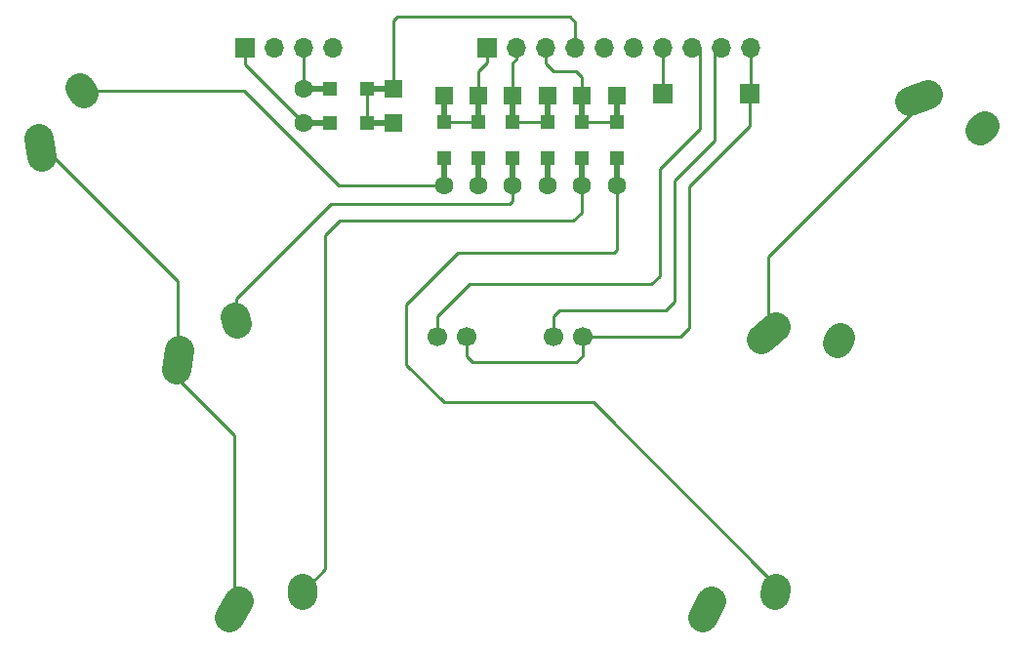
<source format=gbr>
G04 #@! TF.GenerationSoftware,KiCad,Pcbnew,(5.1.2)-2*
G04 #@! TF.CreationDate,2019-07-07T18:02:28+10:00*
G04 #@! TF.ProjectId,Center_Micro,43656e74-6572-45f4-9d69-63726f2e6b69,rev?*
G04 #@! TF.SameCoordinates,Original*
G04 #@! TF.FileFunction,Copper,L1,Top*
G04 #@! TF.FilePolarity,Positive*
%FSLAX46Y46*%
G04 Gerber Fmt 4.6, Leading zero omitted, Abs format (unit mm)*
G04 Created by KiCad (PCBNEW (5.1.2)-2) date 2019-07-07 18:02:28*
%MOMM*%
%LPD*%
G04 APERTURE LIST*
%ADD10R,1.200000X1.200000*%
%ADD11R,1.600000X1.600000*%
%ADD12C,1.600000*%
%ADD13R,0.500000X2.500000*%
%ADD14R,1.700000X1.700000*%
%ADD15O,1.700000X1.700000*%
%ADD16C,2.500000*%
%ADD17C,2.500000*%
%ADD18C,1.700000*%
%ADD19R,2.500000X0.500000*%
%ADD20C,0.250000*%
G04 APERTURE END LIST*
D10*
X144250000Y-44575000D03*
X144250000Y-41425000D03*
D11*
X144250000Y-39100000D03*
D12*
X144250000Y-46900000D03*
D13*
X144250000Y-40300000D03*
X144250000Y-45700000D03*
D10*
X150250000Y-44575000D03*
X150250000Y-41425000D03*
D11*
X150250000Y-39100000D03*
D12*
X150250000Y-46900000D03*
D13*
X150250000Y-40300000D03*
X150250000Y-45700000D03*
D10*
X156250000Y-44575000D03*
X156250000Y-41425000D03*
D11*
X156250000Y-39100000D03*
D12*
X156250000Y-46900000D03*
D13*
X156250000Y-40300000D03*
X156250000Y-45700000D03*
D10*
X147250000Y-44575000D03*
X147250000Y-41425000D03*
D11*
X147250000Y-39100000D03*
D12*
X147250000Y-46900000D03*
D13*
X147250000Y-40300000D03*
X147250000Y-45700000D03*
D10*
X153250000Y-44575000D03*
X153250000Y-41425000D03*
D11*
X153250000Y-39100000D03*
D12*
X153250000Y-46900000D03*
D13*
X153250000Y-40300000D03*
X153250000Y-45700000D03*
D10*
X159250000Y-44575000D03*
X159250000Y-41425000D03*
D11*
X159250000Y-39100000D03*
D12*
X159250000Y-46900000D03*
D13*
X159250000Y-40300000D03*
X159250000Y-45700000D03*
D14*
X148000000Y-35000000D03*
D15*
X150540000Y-35000000D03*
X153080000Y-35000000D03*
X155620000Y-35000000D03*
X158160000Y-35000000D03*
X160700000Y-35000000D03*
X163240000Y-35000000D03*
X165780000Y-35000000D03*
X168320000Y-35000000D03*
X170860000Y-35000000D03*
D16*
X109289703Y-43683726D03*
D17*
X109131093Y-42863929D02*
X109448313Y-44503523D01*
D16*
X112851479Y-38710822D03*
D17*
X112680612Y-38476505D02*
X113022346Y-38945139D01*
D16*
X121181941Y-62091784D03*
D17*
X121313283Y-61267179D02*
X121050599Y-62916389D01*
D16*
X126229749Y-58636982D03*
D17*
X126149328Y-58358356D02*
X126310170Y-58915608D01*
D16*
X126095000Y-83730000D03*
D17*
X126500453Y-83000046D02*
X125689547Y-84459954D01*
D16*
X132020000Y-82210000D03*
D17*
X132039724Y-81920672D02*
X132000276Y-82499328D01*
D16*
X185493534Y-39306343D03*
D17*
X186273334Y-39007786D02*
X184713734Y-39604900D01*
D16*
X191009385Y-41950472D03*
D17*
X191210472Y-41741512D02*
X190808298Y-42159432D01*
D16*
X172418752Y-59762627D03*
D17*
X173049412Y-59215368D02*
X171788092Y-60309886D01*
D16*
X178506302Y-60360763D03*
D17*
X178623793Y-60095629D02*
X178388811Y-60625897D01*
D16*
X167095000Y-83730000D03*
D17*
X167500453Y-83000046D02*
X166689547Y-84459954D01*
D16*
X173020000Y-82210000D03*
D17*
X173039724Y-81920672D02*
X173000276Y-82499328D01*
D18*
X146270000Y-60000000D03*
X143730000Y-60000000D03*
X156270000Y-60000000D03*
X153730000Y-60000000D03*
D10*
X134425000Y-41500000D03*
X137575000Y-41500000D03*
D11*
X139900000Y-41500000D03*
D12*
X132100000Y-41500000D03*
D19*
X138700000Y-41500000D03*
X133300000Y-41500000D03*
D10*
X134425000Y-38500000D03*
X137575000Y-38500000D03*
D11*
X139900000Y-38500000D03*
D12*
X132100000Y-38500000D03*
D19*
X138700000Y-38500000D03*
X133300000Y-38500000D03*
D14*
X127000000Y-35000000D03*
D15*
X129540000Y-35000000D03*
X132080000Y-35000000D03*
X134620000Y-35000000D03*
D14*
X163250000Y-39000000D03*
X170750000Y-39000000D03*
D20*
X112851479Y-38710822D02*
X126960822Y-38710822D01*
X135150000Y-46900000D02*
X144250000Y-46900000D01*
X126960822Y-38710822D02*
X135150000Y-46900000D01*
X148000000Y-35000000D02*
X148000000Y-36250000D01*
X147250000Y-37000000D02*
X147250000Y-39100000D01*
X148000000Y-36250000D02*
X147250000Y-37000000D01*
X144250000Y-41425000D02*
X147250000Y-41425000D01*
X150250000Y-46900000D02*
X150250000Y-48250000D01*
X126229749Y-56770251D02*
X126229749Y-58636982D01*
X134500000Y-48500000D02*
X126229749Y-56770251D01*
X150000000Y-48500000D02*
X134500000Y-48500000D01*
X150250000Y-48250000D02*
X150000000Y-48500000D01*
X150250000Y-41425000D02*
X153250000Y-41425000D01*
X150540000Y-35000000D02*
X150540000Y-35960000D01*
X150250000Y-36250000D02*
X150250000Y-39100000D01*
X150540000Y-35960000D02*
X150250000Y-36250000D01*
X156250000Y-46900000D02*
X156250000Y-49250000D01*
X134000000Y-80230000D02*
X132020000Y-82210000D01*
X134000000Y-51250000D02*
X134000000Y-80230000D01*
X135250000Y-50000000D02*
X134000000Y-51250000D01*
X155500000Y-50000000D02*
X135250000Y-50000000D01*
X156250000Y-49250000D02*
X155500000Y-50000000D01*
X153080000Y-35000000D02*
X153080000Y-36330000D01*
X156250000Y-37500000D02*
X156250000Y-39100000D01*
X155750000Y-37000000D02*
X156250000Y-37500000D01*
X153750000Y-37000000D02*
X155750000Y-37000000D01*
X153080000Y-36330000D02*
X153750000Y-37000000D01*
X156250000Y-41425000D02*
X159250000Y-41425000D01*
X191009385Y-41950472D02*
X191009385Y-43264940D01*
X173020000Y-82210000D02*
X173020000Y-81520000D01*
X173020000Y-81520000D02*
X157250000Y-65750000D01*
X157250000Y-65750000D02*
X144250000Y-65750000D01*
X144250000Y-65750000D02*
X141000000Y-62500000D01*
X141000000Y-62500000D02*
X141000000Y-57250000D01*
X141000000Y-57250000D02*
X145500000Y-52750000D01*
X145500000Y-52750000D02*
X159000000Y-52750000D01*
X159000000Y-52750000D02*
X159250000Y-52500000D01*
X159250000Y-52500000D02*
X159250000Y-46900000D01*
X127000000Y-35000000D02*
X127000000Y-36400000D01*
X127000000Y-36400000D02*
X132100000Y-41500000D01*
X132080000Y-35000000D02*
X132080000Y-38480000D01*
X132080000Y-38480000D02*
X132100000Y-38500000D01*
X121181941Y-62091784D02*
X121181941Y-63681941D01*
X121181941Y-63681941D02*
X126095000Y-68595000D01*
X126095000Y-68595000D02*
X126095000Y-83730000D01*
X109289703Y-43683726D02*
X109683726Y-43683726D01*
X109683726Y-43683726D02*
X121181941Y-55181941D01*
X121181941Y-55181941D02*
X121181941Y-62091784D01*
X185493534Y-39306343D02*
X185493534Y-40006466D01*
X185493534Y-40006466D02*
X172418752Y-53081248D01*
X172418752Y-53081248D02*
X172418752Y-59762627D01*
X163240000Y-35000000D02*
X163240000Y-38990000D01*
X163240000Y-38990000D02*
X163250000Y-39000000D01*
X139900000Y-38500000D02*
X139900000Y-32650000D01*
X155650000Y-32750000D02*
X155650000Y-34970000D01*
X155200000Y-32300000D02*
X155650000Y-32750000D01*
X140250000Y-32300000D02*
X155200000Y-32300000D01*
X139900000Y-32650000D02*
X140250000Y-32300000D01*
X155650000Y-34970000D02*
X155620000Y-35000000D01*
X137575000Y-38500000D02*
X137575000Y-41500000D01*
X156270000Y-60000000D02*
X164750000Y-60000000D01*
X170750000Y-41750000D02*
X170750000Y-39000000D01*
X165500000Y-47000000D02*
X170750000Y-41750000D01*
X165500000Y-59250000D02*
X165500000Y-47000000D01*
X164750000Y-60000000D02*
X165500000Y-59250000D01*
X146270000Y-60000000D02*
X146270000Y-61770000D01*
X156270000Y-61730000D02*
X156270000Y-60000000D01*
X155750000Y-62250000D02*
X156270000Y-61730000D01*
X146750000Y-62250000D02*
X155750000Y-62250000D01*
X146270000Y-61770000D02*
X146750000Y-62250000D01*
X170860000Y-35000000D02*
X170860000Y-38890000D01*
X170860000Y-38890000D02*
X170750000Y-39000000D01*
X163000000Y-45500000D02*
X163000000Y-54750000D01*
X143730000Y-58270000D02*
X146500000Y-55500000D01*
X163000000Y-45500000D02*
X166500000Y-42000000D01*
X166500000Y-35000000D02*
X166500000Y-42000000D01*
X143730000Y-58270000D02*
X143730000Y-60000000D01*
X162250000Y-55500000D02*
X146500000Y-55500000D01*
X163000000Y-54750000D02*
X162250000Y-55500000D01*
X153730000Y-60000000D02*
X153730000Y-58270000D01*
X167750000Y-43000000D02*
X167750000Y-35000000D01*
X164250000Y-46500000D02*
X167750000Y-43000000D01*
X164250000Y-57000000D02*
X164250000Y-46500000D01*
X163500000Y-57750000D02*
X164250000Y-57000000D01*
X154250000Y-57750000D02*
X163500000Y-57750000D01*
X153730000Y-58270000D02*
X154250000Y-57750000D01*
M02*

</source>
